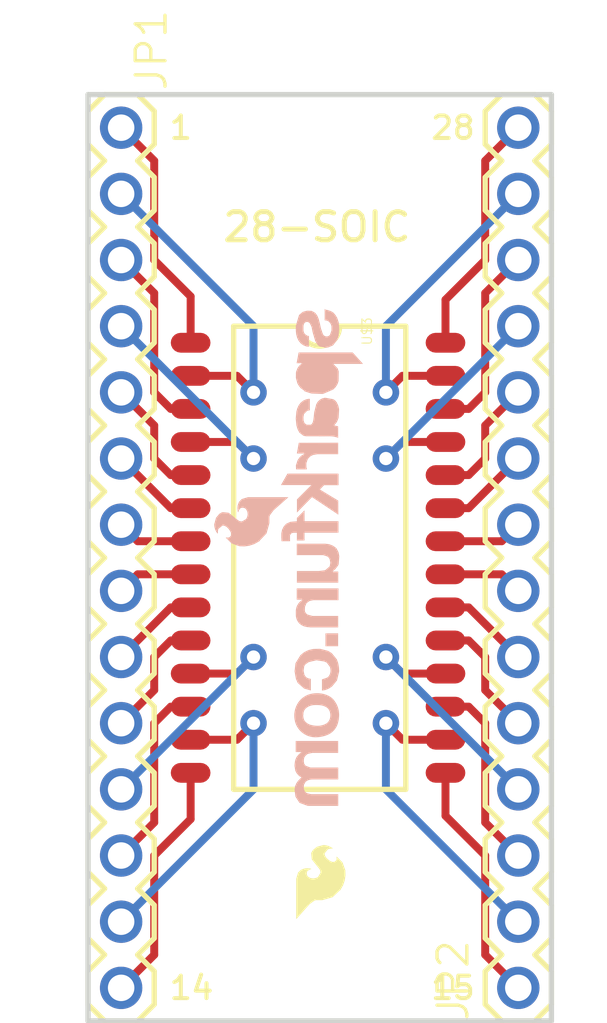
<source format=kicad_pcb>
(kicad_pcb (version 20211014) (generator pcbnew)
  (layers (0 "F.Cu" signal) (31 "B.Cu" signal) (34 "B.Paste" user) (35 "F.Paste" user) (36 "B.SilkS" user "B.Silkscreen") (37 "F.SilkS" user "F.Silkscreen") (38 "B.Mask" user) (39 "F.Mask" user) (44 "Edge.Cuts" user))
  (net 0 "")
  (net 1 "N$1")
  (net 2 "N$2")
  (net 3 "N$3")
  (net 4 "N$4")
  (net 5 "N$5")
  (net 6 "N$6")
  (net 7 "N$7")
  (net 8 "N$8")
  (net 9 "N$9")
  (net 10 "N$10")
  (net 11 "N$11")
  (net 12 "N$12")
  (net 13 "N$13")
  (net 14 "N$14")
  (net 15 "N$15")
  (net 16 "N$16")
  (net 17 "N$17")
  (net 18 "N$18")
  (net 19 "N$19")
  (net 20 "N$20")
  (net 21 "N$21")
  (net 22 "N$22")
  (net 23 "N$23")
  (net 24 "N$24")
  (net 25 "N$25")
  (net 26 "N$26")
  (net 27 "N$27")
  (net 28 "N$28")
  (footprint "boardEagle:1X14" (layer "F.Cu") (at 156.1211 121.5136 90)
    (fp_text reference "JP2" (at -1.3462 -1.8288 90) (layer "F.SilkS") (effects (font (size 1.143 1.143) (thickness 0.127)) (justify left bottom)))
    (fp_text value "M14")
    (pad "1" thru_hole circle (at 0 0 180) (size 1.6256 1.6256) (drill 1.016) (layers *.Cu *.Mask) (net 15 "N$15"))
    (pad "2" thru_hole circle (at 2.54 0 180) (size 1.6256 1.6256) (drill 1.016) (layers *.Cu *.Mask) (net 16 "N$16"))
    (pad "3" thru_hole circle (at 5.08 0 180) (size 1.6256 1.6256) (drill 1.016) (layers *.Cu *.Mask) (net 17 "N$17"))
    (pad "4" thru_hole circle (at 7.62 0 180) (size 1.6256 1.6256) (drill 1.016) (layers *.Cu *.Mask) (net 18 "N$18"))
    (pad "5" thru_hole circle (at 10.16 0 180) (size 1.6256 1.6256) (drill 1.016) (layers *.Cu *.Mask) (net 19 "N$19"))
    (pad "6" thru_hole circle (at 12.7 0 180) (size 1.6256 1.6256) (drill 1.016) (layers *.Cu *.Mask) (net 20 "N$20"))
    (pad "7" thru_hole circle (at 15.24 0 180) (size 1.6256 1.6256) (drill 1.016) (layers *.Cu *.Mask) (net 21 "N$21"))
    (pad "8" thru_hole circle (at 17.78 0 180) (size 1.6256 1.6256) (drill 1.016) (layers *.Cu *.Mask) (net 22 "N$22"))
    (pad "9" thru_hole circle (at 20.32 0 180) (size 1.6256 1.6256) (drill 1.016) (layers *.Cu *.Mask) (net 23 "N$23"))
    (pad "10" thru_hole circle (at 22.86 0 180) (size 1.6256 1.6256) (drill 1.016) (layers *.Cu *.Mask) (net 24 "N$24"))
    (pad "11" thru_hole circle (at 25.4 0 180) (size 1.6256 1.6256) (drill 1.016) (layers *.Cu *.Mask) (net 25 "N$25"))
    (pad "12" thru_hole circle (at 27.94 0 180) (size 1.6256 1.6256) (drill 1.016) (layers *.Cu *.Mask) (net 26 "N$26"))
    (pad "13" thru_hole circle (at 30.48 0 180) (size 1.6256 1.6256) (drill 1.016) (layers *.Cu *.Mask) (net 27 "N$27"))
    (pad "14" thru_hole circle (at 33.02 0 180) (size 1.6256 1.6256) (drill 1.016) (layers *.Cu *.Mask) (net 28 "N$28"))
  )
  (footprint "boardEagle:SO-28W" (layer "F.Cu") (at 148.5011 105.0036 -90)
    (fp_text reference "U$3" (at -8.128 -2.032 -90) (layer "F.SilkS") (effects (font (size 0.36576 0.36576) (thickness 0.04064)) (justify left bottom)))
    (fp_text value "PIC18F2455SMD")
    (pad "1" smd roundrect (at -8.255 4.953 270) (size 0.762 1.524) (layers "F.Cu" "F.Paste" "F.Mask") (roundrect_rratio 0.5) (net 1 "N$1"))
    (pad "2" smd roundrect (at -6.985 4.953 270) (size 0.762 1.524) (layers "F.Cu" "F.Paste" "F.Mask") (roundrect_rratio 0.5) (net 2 "N$2"))
    (pad "3" smd roundrect (at -5.715 4.953 270) (size 0.762 1.524) (layers "F.Cu" "F.Paste" "F.Mask") (roundrect_rratio 0.5) (net 3 "N$3"))
    (pad "4" smd roundrect (at -4.445 4.953 270) (size 0.762 1.524) (layers "F.Cu" "F.Paste" "F.Mask") (roundrect_rratio 0.5) (net 4 "N$4"))
    (pad "5" smd roundrect (at -3.175 4.953 270) (size 0.762 1.524) (layers "F.Cu" "F.Paste" "F.Mask") (roundrect_rratio 0.5) (net 5 "N$5"))
    (pad "6" smd roundrect (at -1.905 4.953 270) (size 0.762 1.524) (layers "F.Cu" "F.Paste" "F.Mask") (roundrect_rratio 0.5) (net 6 "N$6"))
    (pad "7" smd roundrect (at -0.635 4.953 270) (size 0.762 1.524) (layers "F.Cu" "F.Paste" "F.Mask") (roundrect_rratio 0.5) (net 7 "N$7"))
    (pad "8" smd roundrect (at 0.635 4.953 270) (size 0.762 1.524) (layers "F.Cu" "F.Paste" "F.Mask") (roundrect_rratio 0.5) (net 8 "N$8"))
    (pad "9" smd roundrect (at 1.905 4.953 270) (size 0.762 1.524) (layers "F.Cu" "F.Paste" "F.Mask") (roundrect_rratio 0.5) (net 9 "N$9"))
    (pad "10" smd roundrect (at 3.175 4.953 270) (size 0.762 1.524) (layers "F.Cu" "F.Paste" "F.Mask") (roundrect_rratio 0.5) (net 10 "N$10"))
    (pad "11" smd roundrect (at 4.445 4.953 270) (size 0.762 1.524) (layers "F.Cu" "F.Paste" "F.Mask") (roundrect_rratio 0.5) (net 11 "N$11"))
    (pad "12" smd roundrect (at 5.715 4.953 270) (size 0.762 1.524) (layers "F.Cu" "F.Paste" "F.Mask") (roundrect_rratio 0.5) (net 12 "N$12"))
    (pad "13" smd roundrect (at 6.985 4.953 270) (size 0.762 1.524) (layers "F.Cu" "F.Paste" "F.Mask") (roundrect_rratio 0.5) (net 13 "N$13"))
    (pad "14" smd roundrect (at 8.255 4.953 270) (size 0.762 1.524) (layers "F.Cu" "F.Paste" "F.Mask") (roundrect_rratio 0.5) (net 14 "N$14"))
    (pad "15" smd roundrect (at 8.255 -4.826 270) (size 0.762 1.524) (layers "F.Cu" "F.Paste" "F.Mask") (roundrect_rratio 0.5) (net 15 "N$15"))
    (pad "16" smd roundrect (at 6.985 -4.826 270) (size 0.762 1.524) (layers "F.Cu" "F.Paste" "F.Mask") (roundrect_rratio 0.5) (net 16 "N$16"))
    (pad "17" smd roundrect (at 5.715 -4.826 270) (size 0.762 1.524) (layers "F.Cu" "F.Paste" "F.Mask") (roundrect_rratio 0.5) (net 17 "N$17"))
    (pad "18" smd roundrect (at 4.445 -4.826 270) (size 0.762 1.524) (layers "F.Cu" "F.Paste" "F.Mask") (roundrect_rratio 0.5) (net 18 "N$18"))
    (pad "19" smd roundrect (at 3.175 -4.826 270) (size 0.762 1.524) (layers "F.Cu" "F.Paste" "F.Mask") (roundrect_rratio 0.5) (net 19 "N$19"))
    (pad "20" smd roundrect (at 1.905 -4.826 270) (size 0.762 1.524) (layers "F.Cu" "F.Paste" "F.Mask") (roundrect_rratio 0.5) (net 20 "N$20"))
    (pad "21" smd roundrect (at 0.635 -4.826 270) (size 0.762 1.524) (layers "F.Cu" "F.Paste" "F.Mask") (roundrect_rratio 0.5) (net 21 "N$21"))
    (pad "22" smd roundrect (at -0.635 -4.826 270) (size 0.762 1.524) (layers "F.Cu" "F.Paste" "F.Mask") (roundrect_rratio 0.5) (net 22 "N$22"))
    (pad "23" smd roundrect (at -1.905 -4.826 270) (size 0.762 1.524) (layers "F.Cu" "F.Paste" "F.Mask") (roundrect_rratio 0.5) (net 23 "N$23"))
    (pad "24" smd roundrect (at -3.175 -4.826 270) (size 0.762 1.524) (layers "F.Cu" "F.Paste" "F.Mask") (roundrect_rratio 0.5) (net 24 "N$24"))
    (pad "25" smd roundrect (at -4.445 -4.826 270) (size 0.762 1.524) (layers "F.Cu" "F.Paste" "F.Mask") (roundrect_rratio 0.5) (net 25 "N$25"))
    (pad "26" smd roundrect (at -5.715 -4.826 270) (size 0.762 1.524) (layers "F.Cu" "F.Paste" "F.Mask") (roundrect_rratio 0.5) (net 26 "N$26"))
    (pad "27" smd roundrect (at -6.985 -4.826 270) (size 0.762 1.524) (layers "F.Cu" "F.Paste" "F.Mask") (roundrect_rratio 0.5) (net 27 "N$27"))
    (pad "28" smd roundrect (at -8.255 -4.826 270) (size 0.762 1.524) (layers "F.Cu" "F.Paste" "F.Mask") (roundrect_rratio 0.5) (net 28 "N$28"))
  )
  (footprint "boardEagle:SFE-LOGO-FLAME" (layer "F.Cu") (at 147.6121 118.8466)
    (fp_text reference "U$1" hide)
    (fp_text value "LOGO-SFESK" hide)
  )
  (footprint "boardEagle:1X14" (layer "F.Cu") (at 140.8811 88.4936 -90)
    (fp_text reference "JP1" (at -1.3462 -1.8288 -90) (layer "F.SilkS") (effects (font (size 1.143 1.143) (thickness 0.127)) (justify left bottom)))
    (fp_text value "M14")
    (pad "1" thru_hole circle (at 0 0) (size 1.6256 1.6256) (drill 1.016) (layers *.Cu *.Mask) (net 1 "N$1"))
    (pad "2" thru_hole circle (at 2.54 0) (size 1.6256 1.6256) (drill 1.016) (layers *.Cu *.Mask) (net 2 "N$2"))
    (pad "3" thru_hole circle (at 5.08 0) (size 1.6256 1.6256) (drill 1.016) (layers *.Cu *.Mask) (net 3 "N$3"))
    (pad "4" thru_hole circle (at 7.62 0) (size 1.6256 1.6256) (drill 1.016) (layers *.Cu *.Mask) (net 4 "N$4"))
    (pad "5" thru_hole circle (at 10.16 0) (size 1.6256 1.6256) (drill 1.016) (layers *.Cu *.Mask) (net 5 "N$5"))
    (pad "6" thru_hole circle (at 12.7 0) (size 1.6256 1.6256) (drill 1.016) (layers *.Cu *.Mask) (net 6 "N$6"))
    (pad "7" thru_hole circle (at 15.24 0) (size 1.6256 1.6256) (drill 1.016) (layers *.Cu *.Mask) (net 7 "N$7"))
    (pad "8" thru_hole circle (at 17.78 0) (size 1.6256 1.6256) (drill 1.016) (layers *.Cu *.Mask) (net 8 "N$8"))
    (pad "9" thru_hole circle (at 20.32 0) (size 1.6256 1.6256) (drill 1.016) (layers *.Cu *.Mask) (net 9 "N$9"))
    (pad "10" thru_hole circle (at 22.86 0) (size 1.6256 1.6256) (drill 1.016) (layers *.Cu *.Mask) (net 10 "N$10"))
    (pad "11" thru_hole circle (at 25.4 0) (size 1.6256 1.6256) (drill 1.016) (layers *.Cu *.Mask) (net 11 "N$11"))
    (pad "12" thru_hole circle (at 27.94 0) (size 1.6256 1.6256) (drill 1.016) (layers *.Cu *.Mask) (net 12 "N$12"))
    (pad "13" thru_hole circle (at 30.48 0) (size 1.6256 1.6256) (drill 1.016) (layers *.Cu *.Mask) (net 13 "N$13"))
    (pad "14" thru_hole circle (at 33.02 0) (size 1.6256 1.6256) (drill 1.016) (layers *.Cu *.Mask) (net 14 "N$14"))
  )
  (footprint "boardEagle:SFE-NEW-WEBLOGO" (layer "B.Cu") (at 150.1521 95.4786 -90)
    (fp_text reference "U$2" hide)
    (fp_text value "LOGO-SFENEW" hide)
  )
  (gr_line (start 139.6111 122.7836) (end 157.3911 122.7836) (layer "Edge.Cuts") (width 0.2032))
  (gr_line (start 157.3911 87.2236) (end 139.6111 87.2236) (layer "Edge.Cuts") (width 0.2032))
  (gr_line (start 139.6111 87.2236) (end 139.6111 122.7836) (layer "Edge.Cuts") (width 0.2032))
  (gr_line (start 157.3911 122.7836) (end 157.3911 87.2236) (layer "Edge.Cuts") (width 0.2032))
  (gr_text "14" (at 142.6591 122.0216) (layer "F.SilkS") (effects (font (size 0.8636 0.8636) (thickness 0.1524)) (justify left bottom)))
  (gr_text "15" (at 152.6921 122.0216) (layer "F.SilkS") (effects (font (size 0.8636 0.8636) (thickness 0.1524)) (justify left bottom)))
  (gr_text "28-SOIC" (at 144.6911 92.9386) (layer "F.SilkS") (effects (font (size 1.0795 1.0795) (thickness 0.1905)) (justify left bottom)))
  (gr_text "1" (at 142.6591 89.0016) (layer "F.SilkS") (effects (font (size 0.8636 0.8636) (thickness 0.1524)) (justify left bottom)))
  (gr_text "28" (at 152.6921 89.0016) (layer "F.SilkS") (effects (font (size 0.8636 0.8636) (thickness 0.1524)) (justify left bottom)))
  (segment (start 142.1511 89.7636) (end 140.8811 88.4936) (width 0.3048) (layer "F.Cu") (net 1))
  (segment (start 142.1511 93.5736) (end 142.1511 89.7636) (width 0.3048) (layer "F.Cu") (net 1))
  (segment (start 143.5481 96.7486) (end 143.5481 94.9706) (width 0.3048) (layer "F.Cu") (net 1))
  (segment (start 143.5481 94.9706) (end 142.1511 93.5736) (width 0.3048) (layer "F.Cu") (net 1))
  (segment (start 145.3261 98.0186) (end 145.9611 98.6536) (width 0.3048) (layer "F.Cu") (net 2))
  (segment (start 143.5481 98.0186) (end 145.3261 98.0186) (width 0.3048) (layer "F.Cu") (net 2))
  (via (at 145.9611 98.6536) (size 1.016) (drill 0.508) (layers "F.Cu" "B.Cu") (net 2))
  (segment (start 145.9611 96.1136) (end 140.8811 91.0336) (width 0.3048) (layer "B.Cu") (net 2))
  (segment (start 145.9611 98.6536) (end 145.9611 96.1136) (width 0.3048) (layer "B.Cu") (net 2))
  (segment (start 143.5481 99.2886) (end 142.7861 99.2886) (width 0.3048) (layer "F.Cu") (net 3))
  (segment (start 142.1511 94.8436) (end 140.8811 93.5736) (width 0.3048) (layer "F.Cu") (net 3))
  (segment (start 142.1511 98.6536) (end 142.1511 94.8436) (width 0.3048) (layer "F.Cu") (net 3))
  (segment (start 142.7861 99.2886) (end 142.1511 98.6536) (width 0.3048) (layer "F.Cu") (net 3))
  (segment (start 145.3261 100.5586) (end 145.9611 101.1936) (width 0.3048) (layer "F.Cu") (net 4))
  (segment (start 143.5481 100.5586) (end 145.3261 100.5586) (width 0.3048) (layer "F.Cu") (net 4))
  (via (at 145.9611 101.1936) (size 1.016) (drill 0.508) (layers "F.Cu" "B.Cu") (net 4))
  (segment (start 145.9611 101.1936) (end 140.8811 96.1136) (width 0.3048) (layer "B.Cu") (net 4))
  (segment (start 140.8811 98.6536) (end 142.1511 99.9236) (width 0.3048) (layer "F.Cu") (net 5))
  (segment (start 142.1511 101.1936) (end 142.7861 101.8286) (width 0.3048) (layer "F.Cu") (net 5))
  (segment (start 142.7861 101.8286) (end 143.5481 101.8286) (width 0.3048) (layer "F.Cu") (net 5))
  (segment (start 142.1511 99.9236) (end 142.1511 101.1936) (width 0.3048) (layer "F.Cu") (net 5))
  (segment (start 142.7861 103.0986) (end 143.5481 103.0986) (width 0.3048) (layer "F.Cu") (net 6))
  (segment (start 140.8811 101.1936) (end 142.7861 103.0986) (width 0.3048) (layer "F.Cu") (net 6))
  (segment (start 140.8811 103.7336) (end 141.5161 104.3686) (width 0.3048) (layer "F.Cu") (net 7))
  (segment (start 141.5161 104.3686) (end 143.5481 104.3686) (width 0.3048) (layer "F.Cu") (net 7))
  (segment (start 140.8811 106.2736) (end 141.5161 105.6386) (width 0.3048) (layer "F.Cu") (net 8))
  (segment (start 141.5161 105.6386) (end 143.5481 105.6386) (width 0.3048) (layer "F.Cu") (net 8))
  (segment (start 142.7861 106.9086) (end 143.5481 106.9086) (width 0.3048) (layer "F.Cu") (net 9))
  (segment (start 140.8811 108.8136) (end 142.7861 106.9086) (width 0.3048) (layer "F.Cu") (net 9))
  (segment (start 142.7861 108.1786) (end 143.5481 108.1786) (width 0.3048) (layer "F.Cu") (net 10))
  (segment (start 140.8811 111.3536) (end 142.1511 110.0836) (width 0.3048) (layer "F.Cu") (net 10))
  (segment (start 142.1511 110.0836) (end 142.1511 108.8136) (width 0.3048) (layer "F.Cu") (net 10))
  (segment (start 142.1511 108.8136) (end 142.7861 108.1786) (width 0.3048) (layer "F.Cu") (net 10))
  (segment (start 145.9611 108.8136) (end 145.3261 109.4486) (width 0.3048) (layer "F.Cu") (net 11))
  (segment (start 145.3261 109.4486) (end 143.5481 109.4486) (width 0.3048) (layer "F.Cu") (net 11))
  (via (at 145.9611 108.8136) (size 1.016) (drill 0.508) (layers "F.Cu" "B.Cu") (net 11))
  (segment (start 140.8811 113.8936) (end 145.9611 108.8136) (width 0.3048) (layer "B.Cu") (net 11))
  (segment (start 142.7861 110.7186) (end 143.5481 110.7186) (width 0.3048) (layer "F.Cu") (net 12))
  (segment (start 140.8811 116.4336) (end 142.1511 115.1636) (width 0.3048) (layer "F.Cu") (net 12))
  (segment (start 142.1511 111.3536) (end 142.7861 110.7186) (width 0.3048) (layer "F.Cu") (net 12))
  (segment (start 142.1511 115.1636) (end 142.1511 111.3536) (width 0.3048) (layer "F.Cu") (net 12))
  (segment (start 145.3261 111.9886) (end 143.5481 111.9886) (width 0.3048) (layer "F.Cu") (net 13))
  (segment (start 145.9611 111.3536) (end 145.3261 111.9886) (width 0.3048) (layer "F.Cu") (net 13))
  (via (at 145.9611 111.3536) (size 1.016) (drill 0.508) (layers "F.Cu" "B.Cu") (net 13))
  (segment (start 145.9611 113.8936) (end 145.9611 111.3536) (width 0.3048) (layer "B.Cu") (net 13))
  (segment (start 140.8811 118.9736) (end 145.9611 113.8936) (width 0.3048) (layer "B.Cu") (net 13))
  (segment (start 142.1511 120.2436) (end 142.1511 116.4336) (width 0.3048) (layer "F.Cu") (net 14))
  (segment (start 143.5481 115.0366) (end 143.5481 113.2586) (width 0.3048) (layer "F.Cu") (net 14))
  (segment (start 140.8811 121.5136) (end 142.1511 120.2436) (width 0.3048) (layer "F.Cu") (net 14))
  (segment (start 142.1511 116.4336) (end 143.5481 115.0366) (width 0.3048) (layer "F.Cu") (net 14))
  (segment (start 156.1211 121.5136) (end 154.8511 120.2436) (width 0.3048) (layer "F.Cu") (net 15))
  (segment (start 153.3271 114.9096) (end 153.3271 113.2586) (width 0.3048) (layer "F.Cu") (net 15))
  (segment (start 154.8511 116.4336) (end 153.3271 114.9096) (width 0.3048) (layer "F.Cu") (net 15))
  (segment (start 154.8511 120.2436) (end 154.8511 116.4336) (width 0.3048) (layer "F.Cu") (net 15))
  (segment (start 151.6761 111.9886) (end 153.3271 111.9886) (width 0.3048) (layer "F.Cu") (net 16))
  (segment (start 151.0411 111.3536) (end 151.6761 111.9886) (width 0.3048) (layer "F.Cu") (net 16))
  (via (at 151.0411 111.3536) (size 1.016) (drill 0.508) (layers "F.Cu" "B.Cu") (net 16))
  (segment (start 151.0411 113.8936) (end 151.0411 111.3536) (width 0.3048) (layer "B.Cu") (net 16))
  (segment (start 156.1211 118.9736) (end 151.0411 113.8936) (width 0.3048) (layer "B.Cu") (net 16))
  (segment (start 156.1211 116.4336) (end 154.8511 115.1636) (width 0.3048) (layer "F.Cu") (net 17))
  (segment (start 154.8511 111.3536) (end 154.2161 110.7186) (width 0.3048) (layer "F.Cu") (net 17))
  (segment (start 154.2161 110.7186) (end 153.3271 110.7186) (width 0.3048) (layer "F.Cu") (net 17))
  (segment (start 154.8511 115.1636) (end 154.8511 111.3536) (width 0.3048) (layer "F.Cu") (net 17))
  (segment (start 151.6761 109.4486) (end 153.3271 109.4486) (width 0.3048) (layer "F.Cu") (net 18))
  (segment (start 151.0411 108.8136) (end 151.6761 109.4486) (width 0.3048) (layer "F.Cu") (net 18))
  (via (at 151.0411 108.8136) (size 1.016) (drill 0.508) (layers "F.Cu" "B.Cu") (net 18))
  (segment (start 156.1211 113.8936) (end 151.0411 108.8136) (width 0.3048) (layer "B.Cu") (net 18))
  (segment (start 154.8511 108.8136) (end 154.2161 108.1786) (width 0.3048) (layer "F.Cu") (net 19))
  (segment (start 154.2161 108.1786) (end 153.3271 108.1786) (width 0.3048) (layer "F.Cu") (net 19))
  (segment (start 154.8511 110.0836) (end 154.8511 108.8136) (width 0.3048) (layer "F.Cu") (net 19))
  (segment (start 156.1211 111.3536) (end 154.8511 110.0836) (width 0.3048) (layer "F.Cu") (net 19))
  (segment (start 156.1211 108.8136) (end 154.2161 106.9086) (width 0.3048) (layer "F.Cu") (net 20))
  (segment (start 154.2161 106.9086) (end 153.3271 106.9086) (width 0.3048) (layer "F.Cu") (net 20))
  (segment (start 153.3271 105.6386) (end 155.4861 105.6386) (width 0.3048) (layer "F.Cu") (net 21))
  (segment (start 155.4861 105.6386) (end 156.1211 106.2736) (width 0.3048) (layer "F.Cu") (net 21))
  (segment (start 153.3271 104.3686) (end 155.4861 104.3686) (width 0.3048) (layer "F.Cu") (net 22))
  (segment (start 155.4861 104.3686) (end 156.1211 103.7336) (width 0.3048) (layer "F.Cu") (net 22))
  (segment (start 153.3271 103.0986) (end 154.2161 103.0986) (width 0.3048) (layer "F.Cu") (net 23))
  (segment (start 154.2161 103.0986) (end 156.1211 101.1936) (width 0.3048) (layer "F.Cu") (net 23))
  (segment (start 154.2161 101.8286) (end 154.8511 101.1936) (width 0.3048) (layer "F.Cu") (net 24))
  (segment (start 153.3271 101.8286) (end 154.2161 101.8286) (width 0.3048) (layer "F.Cu") (net 24))
  (segment (start 154.8511 99.9236) (end 156.1211 98.6536) (width 0.3048) (layer "F.Cu") (net 24))
  (segment (start 154.8511 101.1936) (end 154.8511 99.9236) (width 0.3048) (layer "F.Cu") (net 24))
  (segment (start 151.0411 101.1936) (end 151.6761 100.5586) (width 0.3048) (layer "F.Cu") (net 25))
  (segment (start 151.6761 100.5586) (end 153.3271 100.5586) (width 0.3048) (layer "F.Cu") (net 25))
  (via (at 151.0411 101.1936) (size 1.016) (drill 0.508) (layers "F.Cu" "B.Cu") (net 25))
  (segment (start 151.0411 101.1936) (end 156.1211 96.1136) (width 0.3048) (layer "B.Cu") (net 25))
  (segment (start 154.8511 98.6536) (end 154.8511 94.8436) (width 0.3048) (layer "F.Cu") (net 26))
  (segment (start 154.2161 99.2886) (end 154.8511 98.6536) (width 0.3048) (layer "F.Cu") (net 26))
  (segment (start 153.3271 99.2886) (end 154.2161 99.2886) (width 0.3048) (layer "F.Cu") (net 26))
  (segment (start 154.8511 94.8436) (end 156.1211 93.5736) (width 0.3048) (layer "F.Cu") (net 26))
  (segment (start 151.0411 98.6536) (end 151.6761 98.0186) (width 0.3048) (layer "F.Cu") (net 27))
  (segment (start 151.6761 98.0186) (end 153.3271 98.0186) (width 0.3048) (layer "F.Cu") (net 27))
  (via (at 151.0411 98.6536) (size 1.016) (drill 0.508) (layers "F.Cu" "B.Cu") (net 27))
  (segment (start 151.0411 96.1136) (end 156.1211 91.0336) (width 0.3048) (layer "B.Cu") (net 27))
  (segment (start 151.0411 98.6536) (end 151.0411 96.1136) (width 0.3048) (layer "B.Cu") (net 27))
  (segment (start 153.3271 95.0976) (end 154.8511 93.5736) (width 0.3048) (layer "F.Cu") (net 28))
  (segment (start 153.3271 96.7486) (end 153.3271 95.0976) (width 0.3048) (layer "F.Cu") (net 28))
  (segment (start 154.8511 93.5736) (end 154.8511 89.7636) (width 0.3048) (layer "F.Cu") (net 28))
  (segment (start 154.8511 89.7636) (end 156.1211 88.4936) (width 0.3048) (layer "F.Cu") (net 28))
)
</source>
